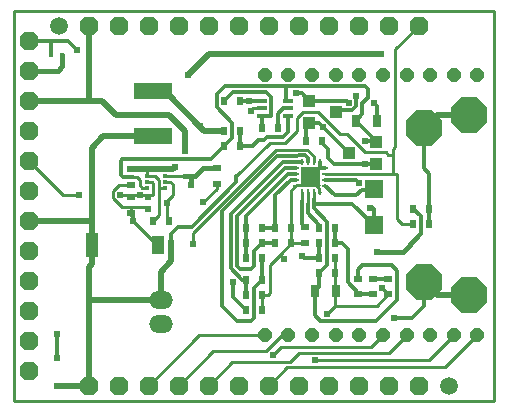
<source format=gbr>
%FSLAX23Y23*%
%MOIN*%
G70*
G01*
G75*
G04 Layer_Physical_Order=1*
G04 Layer_Color=255*
%ADD10R,0.024X0.024*%
%ADD11R,0.012X0.016*%
%ADD12R,0.126X0.055*%
%ADD13R,0.031X0.024*%
%ADD14R,0.018X0.012*%
%ADD15R,0.024X0.020*%
%ADD16R,0.024X0.031*%
%ADD17R,0.039X0.039*%
%ADD18R,0.033X0.014*%
%ADD19R,0.028X0.039*%
%ADD20R,0.039X0.079*%
%ADD21R,0.039X0.063*%
%ADD22R,0.059X0.059*%
%ADD23R,0.020X0.010*%
%ADD24R,0.010X0.020*%
G04:AMPARAMS|DCode=25|XSize=20mil|YSize=10mil|CornerRadius=0mil|HoleSize=0mil|Usage=FLASHONLY|Rotation=90.000|XOffset=0mil|YOffset=0mil|HoleType=Round|Shape=Octagon|*
%AMOCTAGOND25*
4,1,8,0.002,0.010,-0.002,0.010,-0.005,0.007,-0.005,-0.007,-0.002,-0.010,0.002,-0.010,0.005,-0.007,0.005,0.007,0.002,0.010,0.0*
%
%ADD25OCTAGOND25*%

%ADD26R,0.039X0.039*%
%ADD27C,0.010*%
%ADD28C,0.010*%
%ADD29C,0.012*%
%ADD30C,0.020*%
%ADD31C,0.016*%
%ADD32C,0.014*%
%ADD33P,0.068X8X292.5*%
%ADD34P,0.051X8X202.5*%
%ADD35P,0.068X8X202.5*%
%ADD36O,0.079X0.059*%
%ADD37P,0.128X8X22.5*%
%ADD38C,0.059*%
%ADD39C,0.024*%
%ADD40C,0.026*%
G36*
X-327Y673D02*
X-336Y663D01*
X-393D01*
Y730D01*
X-327D01*
Y673D01*
D02*
G37*
D10*
X-1205Y0D02*
D03*
Y92D02*
D03*
D11*
X-1188Y1102D02*
D03*
X-1224D02*
D03*
D12*
X-885Y831D02*
D03*
Y981D02*
D03*
D13*
X-958Y670D02*
D03*
Y723D02*
D03*
Y628D02*
D03*
Y575D02*
D03*
X-671Y673D02*
D03*
Y726D02*
D03*
X-378Y528D02*
D03*
Y475D02*
D03*
X-201Y304D02*
D03*
Y357D02*
D03*
X-151D02*
D03*
Y304D02*
D03*
X-101D02*
D03*
Y357D02*
D03*
D14*
X-844Y700D02*
D03*
Y680D02*
D03*
Y660D02*
D03*
X-906D02*
D03*
Y680D02*
D03*
Y700D02*
D03*
D15*
X-902Y630D02*
D03*
Y590D02*
D03*
X-840Y610D02*
D03*
D16*
X-885Y549D02*
D03*
X-832D02*
D03*
X-522Y858D02*
D03*
X-469D02*
D03*
X-647Y950D02*
D03*
X-594D02*
D03*
Y850D02*
D03*
X-647D02*
D03*
Y800D02*
D03*
X-594D02*
D03*
X-332Y524D02*
D03*
X-279D02*
D03*
X-332Y424D02*
D03*
X-279D02*
D03*
X-424Y474D02*
D03*
X-477D02*
D03*
X-424Y525D02*
D03*
X-477D02*
D03*
X-521D02*
D03*
X-574D02*
D03*
X-521Y475D02*
D03*
X-574D02*
D03*
X-521Y425D02*
D03*
X-574D02*
D03*
X-575Y352D02*
D03*
X-522D02*
D03*
Y302D02*
D03*
X-575D02*
D03*
X-575Y252D02*
D03*
X-522D02*
D03*
X-17Y540D02*
D03*
X36D02*
D03*
Y590D02*
D03*
X-17D02*
D03*
X-376Y817D02*
D03*
X-323D02*
D03*
X-279Y374D02*
D03*
X-332D02*
D03*
X-332Y474D02*
D03*
X-279D02*
D03*
D17*
X-274Y912D02*
D03*
X-364Y875D02*
D03*
Y949D02*
D03*
X-233Y776D02*
D03*
X-143Y813D02*
D03*
Y739D02*
D03*
D18*
X-521Y950D02*
D03*
Y924D02*
D03*
Y898D02*
D03*
X-435D02*
D03*
Y924D02*
D03*
Y950D02*
D03*
D19*
X-276Y316D02*
D03*
X-346D02*
D03*
X-210Y881D02*
D03*
X-140D02*
D03*
D20*
X-1090Y470D02*
D03*
D21*
X-870D02*
D03*
D22*
X-150Y534D02*
D03*
Y655D02*
D03*
D23*
X-311Y667D02*
D03*
Y686D02*
D03*
Y706D02*
D03*
Y726D02*
D03*
X-409D02*
D03*
Y706D02*
D03*
Y686D02*
D03*
Y667D02*
D03*
D24*
X-330Y745D02*
D03*
X-350D02*
D03*
X-390D02*
D03*
Y647D02*
D03*
X-370D02*
D03*
X-350D02*
D03*
X-370Y745D02*
D03*
D25*
X-330Y647D02*
D03*
D26*
X-360Y696D02*
D03*
D27*
X-1350Y1250D02*
X250D01*
Y-50D02*
Y1250D01*
X-1350Y-50D02*
X250D01*
X-1350D02*
Y1250D01*
D28*
X-560Y915D02*
X-551Y924D01*
X-521D01*
X-496Y402D02*
X-459Y439D01*
Y435D02*
X-447Y423D01*
X-459Y439D02*
X-424Y474D01*
X-459Y435D02*
Y439D01*
X-122Y327D02*
X-122Y327D01*
X-122Y325D02*
Y327D01*
Y325D02*
X-101Y304D01*
X-140Y265D02*
X-101Y304D01*
X-279Y265D02*
X-140D01*
X-429Y79D02*
X-400Y109D01*
X-621Y79D02*
X-574D01*
Y79D02*
X-496D01*
X-496Y79D01*
X-429D01*
X-700Y0D02*
X-621Y79D01*
X-953Y696D02*
X-938D01*
X-929Y687D01*
Y668D02*
Y687D01*
Y668D02*
X-921Y660D01*
X-906D01*
X-844Y700D02*
X-782D01*
X-906Y680D02*
X-888D01*
X-884Y676D01*
Y634D02*
Y676D01*
X-957Y634D02*
X-884D01*
X-820Y634D02*
Y672D01*
X-828Y680D02*
X-820Y672D01*
X-866Y660D02*
Y686D01*
X-880Y700D02*
X-866Y686D01*
X-906Y700D02*
X-880D01*
X-607Y699D02*
X-496Y810D01*
X-444D01*
X-405Y849D01*
X-370Y607D02*
X-370Y607D01*
X-370Y607D02*
Y647D01*
X-350Y621D02*
X-350Y621D01*
X-350Y621D02*
Y647D01*
X-239Y840D02*
X-178Y779D01*
X-110D01*
X-341Y670D02*
X-331Y660D01*
Y648D02*
Y660D01*
X-389Y668D02*
X-360Y696D01*
X-408Y668D02*
X-389D01*
X-409Y667D02*
X-408Y668D01*
X-262Y840D02*
X-239D01*
X-335Y913D02*
X-262Y840D01*
X-311Y706D02*
X-85D01*
X-844Y680D02*
X-828D01*
X-405Y849D02*
Y893D01*
X-385Y913D01*
X-335D01*
X-85Y706D02*
X-73D01*
X-85D02*
Y770D01*
X-73Y706D02*
X-73Y706D01*
X-311Y706D02*
X-311Y706D01*
X-279Y265D02*
Y374D01*
X-304Y240D02*
X-279Y265D01*
X-400Y109D02*
X-100D01*
X-40Y169D01*
X-458Y128D02*
X-160D01*
X-484Y102D02*
X-458Y128D01*
X35Y86D02*
X117Y169D01*
X-346Y86D02*
X35D01*
X-160Y128D02*
X-119Y169D01*
X-438Y62D02*
X89D01*
X-454Y169D02*
X-434D01*
X-684Y116D02*
X-507D01*
X-454Y169D01*
X-424Y474D02*
X-424Y474D01*
X-522Y252D02*
Y302D01*
X-522Y302D02*
X-522Y302D01*
X-503Y302D02*
X-496Y309D01*
X-522Y302D02*
X-503D01*
X-279Y374D02*
Y424D01*
X-424Y474D02*
X-379D01*
X-378Y475D01*
X-496Y309D02*
Y402D01*
X-73Y557D02*
X-56Y540D01*
X-17D01*
X-424Y474D02*
Y525D01*
X-866Y660D02*
X-866Y660D01*
X-844D01*
X-913Y723D02*
X-906Y716D01*
Y700D02*
Y716D01*
X-839Y549D02*
X-839Y549D01*
Y615D01*
X-820Y634D01*
X-1300Y750D02*
X-1184Y634D01*
X-1133D01*
X-994D02*
X-957D01*
X-957Y634D01*
X-500Y0D02*
X-438Y62D01*
X89D02*
X196Y169D01*
X-73Y557D02*
Y706D01*
X-79Y794D02*
Y1121D01*
X-85Y788D02*
X-79Y794D01*
Y1121D02*
X0Y1200D01*
X-997Y670D02*
X-958D01*
X-1019Y624D02*
X-990Y595D01*
X-1019Y624D02*
Y649D01*
X-997Y670D01*
X-110Y779D02*
X-101Y770D01*
X-85D01*
Y788D01*
X-800Y0D02*
X-684Y116D01*
X-900Y0D02*
X-731Y169D01*
X-512D01*
X-331Y648D02*
X-330Y647D01*
X-344Y679D02*
X-333Y668D01*
X-409Y667D02*
X-409D01*
X-390Y614D02*
Y647D01*
Y614D02*
X-390Y614D01*
X-409Y667D02*
X-409Y667D01*
X-424Y525D02*
Y652D01*
X-409Y667D01*
X-372Y786D02*
X-350Y764D01*
Y745D02*
Y764D01*
X-751Y471D02*
Y509D01*
X-474Y786D01*
X-372D01*
X-671Y657D02*
Y673D01*
X-717Y611D02*
X-671Y657D01*
X-957Y567D02*
Y595D01*
X-990D02*
X-957D01*
X-904D01*
X-866Y568D02*
Y660D01*
X-885Y549D02*
X-866Y568D01*
D29*
X-142Y216D02*
X-71Y286D01*
X-327Y216D02*
X-142D01*
X-71Y286D02*
Y382D01*
X-90Y401D02*
X-71Y382D01*
X-207Y686D02*
X-197Y677D01*
X-311Y686D02*
X-207D01*
X-161Y591D02*
X-153D01*
X-985Y696D02*
X-953D01*
X-594Y800D02*
X-553D01*
X-514Y819D02*
X-504Y828D01*
X-553Y800D02*
X-534Y819D01*
X-514D01*
X-621Y826D02*
Y877D01*
X-647Y800D02*
X-621Y826D01*
X-692Y755D02*
X-647Y800D01*
X-987Y755D02*
X-692D01*
X-992Y750D02*
X-987Y755D01*
X-992Y703D02*
Y750D01*
Y703D02*
X-985Y696D01*
X-504Y828D02*
X-451D01*
X-435Y845D01*
Y898D01*
X-370Y575D02*
Y607D01*
X-350Y612D02*
Y621D01*
X-187Y905D02*
Y941D01*
X-210Y881D02*
X-187Y905D01*
X-208Y933D02*
Y964D01*
X-222Y918D02*
X-208Y933D01*
X-239Y949D02*
X-232Y942D01*
X-150Y943D02*
X-140Y933D01*
Y881D02*
Y933D01*
X-187Y941D02*
X-170Y958D01*
X-318Y861D02*
X-233Y776D01*
X-210Y881D02*
X-143Y814D01*
X-281Y738D02*
X-179D01*
X-303Y760D02*
X-281Y738D01*
X-303Y760D02*
Y790D01*
X-323Y810D02*
X-303Y790D01*
X-210Y881D02*
Y881D01*
X-344Y606D02*
X-222D01*
X-170Y958D02*
Y990D01*
X-548Y326D02*
X-522Y352D01*
X-673Y929D02*
X-621Y877D01*
X-521Y898D02*
X-491D01*
X-507Y978D02*
X-491Y962D01*
Y898D02*
Y962D01*
X-469Y858D02*
Y907D01*
X-452Y924D02*
X-435D01*
X-469Y907D02*
X-452Y924D01*
X-647Y950D02*
X-617Y980D01*
X-178Y998D02*
X-170Y990D01*
X-530Y998D02*
X-178D01*
X-617Y980D02*
X-540D01*
X-645Y999D02*
X-532D01*
X-538Y978D02*
X-507D01*
X-540Y980D02*
X-538Y978D01*
X-532Y999D02*
X-530Y998D01*
X-673Y929D02*
Y971D01*
X-645Y999D01*
X-364Y949D02*
X-239D01*
X-267Y918D02*
X-222D01*
X-274Y912D02*
X-267Y918D01*
X-441Y956D02*
Y997D01*
X-389Y974D02*
X-364Y949D01*
X-410Y974D02*
X-389D01*
X-179Y814D02*
X-143D01*
X9Y506D02*
Y564D01*
X-4Y494D02*
X9Y506D01*
X-17Y590D02*
X9Y564D01*
X-346Y235D02*
X-327Y216D01*
X-346Y235D02*
Y316D01*
X-332Y330D02*
Y374D01*
X-346Y316D02*
X-332Y330D01*
X-236Y345D02*
X-201Y310D01*
X-236Y345D02*
Y456D01*
X-305Y401D02*
Y547D01*
X-332Y374D02*
X-305Y401D01*
X-201Y304D02*
Y310D01*
X-187Y401D02*
X-90D01*
X18Y266D02*
Y347D01*
X-22Y226D02*
X18Y266D01*
X-81Y226D02*
X-22D01*
X-189Y653D02*
X-151D01*
X-207Y635D02*
X-189Y653D01*
X-201Y387D02*
X-187Y401D01*
X-201Y357D02*
Y387D01*
X-330Y726D02*
X-311D01*
X-330Y727D02*
X-330Y726D01*
X-330Y727D02*
Y745D01*
X-575Y302D02*
Y352D01*
X-521Y475D02*
X-478D01*
X-477Y474D01*
X-521Y525D02*
X-477D01*
X-574Y425D02*
Y475D01*
Y525D01*
X-279Y474D02*
Y524D01*
Y474D02*
X-279Y474D01*
X-390Y540D02*
X-378Y528D01*
X-332Y424D02*
Y474D01*
X-332Y424D02*
X-332Y424D01*
X-350Y592D02*
X-305Y547D01*
X-594Y800D02*
Y850D01*
X-522Y858D02*
Y898D01*
X-521Y898D01*
X-201Y304D02*
X-151D01*
Y357D02*
X-101D01*
X-279Y474D02*
X-254D01*
X-222Y606D02*
X-150Y534D01*
X-350Y612D02*
X-344Y606D01*
X-350Y592D02*
Y612D01*
X36Y540D02*
Y590D01*
X-619Y296D02*
Y346D01*
Y296D02*
X-575Y252D01*
X-547Y449D02*
X-521Y475D01*
X-522Y352D02*
X-521Y353D01*
Y425D01*
X-1168Y1150D02*
X-1137Y1119D01*
X-364Y875D02*
X-332D01*
X-319Y860D02*
X-318Y861D01*
X-317Y862D01*
X-332Y875D02*
X-318Y861D01*
X36Y590D02*
Y707D01*
X18Y725D02*
X36Y707D01*
X18Y725D02*
Y858D01*
X-153Y591D02*
X-150Y588D01*
Y534D02*
Y588D01*
X-143Y814D02*
X-143Y813D01*
X-383Y424D02*
X-332D01*
X-390Y431D02*
X-383Y424D01*
X-1205Y92D02*
Y172D01*
X-1204Y173D01*
X-1224Y1102D02*
Y1150D01*
X-1224Y1150D02*
X-1224Y1150D01*
X-1300Y1150D02*
X-1224D01*
X-1168D01*
X-376Y863D02*
X-364Y875D01*
X-873Y470D02*
X-870D01*
X-951Y548D02*
X-873Y470D01*
X-409Y686D02*
X-409Y686D01*
X-311Y667D02*
X-279Y635D01*
X-207D01*
X-151Y653D02*
X-150Y655D01*
X-323Y810D02*
Y817D01*
X-376D02*
Y863D01*
X-332Y524D02*
Y537D01*
X-254Y474D02*
X-236Y456D01*
X-594Y950D02*
X-566D01*
Y950D02*
X-521D01*
X-179Y739D02*
X-143D01*
X-390Y540D02*
Y614D01*
X-370Y575D02*
X-332Y537D01*
X-426Y686D02*
X-409D01*
X-477Y525D02*
Y635D01*
X-426Y686D01*
X-434Y706D02*
X-409D01*
X-574Y525D02*
Y566D01*
X-434Y706D01*
X-547Y399D02*
Y449D01*
X-558Y388D02*
X-547Y399D01*
X-595Y388D02*
X-558D01*
X-606Y399D02*
X-595Y388D01*
X-444Y726D02*
X-409D01*
X-606Y399D02*
Y564D01*
X-444Y726D01*
X-587Y352D02*
X-575D01*
X-626Y391D02*
X-587Y352D01*
X-390Y745D02*
X-390Y745D01*
X-452Y745D02*
X-390D01*
X-626Y391D02*
Y572D01*
X-452Y745D01*
X-548Y224D02*
Y326D01*
X-557Y215D02*
X-548Y224D01*
X-604Y215D02*
X-557D01*
X-370Y745D02*
Y760D01*
X-379Y769D02*
X-370Y760D01*
X-655Y266D02*
X-604Y215D01*
X-400Y769D02*
X-379D01*
X-404Y765D02*
X-400Y769D01*
X-471Y765D02*
X-404D01*
X-655Y266D02*
Y581D01*
X-471Y765D01*
X-607Y678D02*
Y699D01*
X-755Y530D02*
X-607Y678D01*
X-812Y519D02*
X-801Y530D01*
X-755D01*
X-951Y548D02*
Y567D01*
D30*
X-831Y902D02*
X-778Y849D01*
Y784D02*
Y849D01*
Y784D02*
X-777Y783D01*
X-817Y723D02*
X-817Y723D01*
X-958Y723D02*
X-817D01*
X-958Y723D02*
X-958Y723D01*
X18Y858D02*
X62Y902D01*
X168D01*
X18Y347D02*
X62Y302D01*
X168D01*
X-715Y850D02*
X-647D01*
X-846Y981D02*
X-715Y850D01*
X-885Y981D02*
X-846D01*
X-1300Y550D02*
X-1091D01*
X-1090Y549D01*
Y470D02*
Y549D01*
X-1100Y284D02*
X-860D01*
X-1100Y397D02*
X-1090Y407D01*
Y470D01*
X-1205Y0D02*
X-1100D01*
Y284D02*
Y397D01*
Y950D02*
Y1200D01*
X-1300Y950D02*
X-1055D01*
X-1007Y902D01*
X-831D01*
X-817Y723D02*
X-812Y728D01*
X-958Y723D02*
X-913D01*
X-1052Y831D02*
X-885D01*
X-1090Y793D02*
X-1052Y831D01*
X-1090Y549D02*
Y793D01*
X-1100Y0D02*
Y284D01*
X-767Y1036D02*
X-698Y1105D01*
X-125D01*
X-860Y284D02*
Y378D01*
X-824Y414D01*
X-824Y414D02*
X-824Y414D01*
X-824Y414D02*
Y481D01*
D31*
X-138Y446D02*
X-52D01*
X-4Y494D01*
X-1300Y1050D02*
X-1203D01*
X-1188Y1065D01*
Y1102D01*
X-719Y726D02*
X-671D01*
X-745Y700D02*
X-719Y726D01*
X-758Y670D02*
Y700D01*
X-782D02*
X-758D01*
X-745D01*
D32*
X-824Y481D02*
Y507D01*
X-812Y519D01*
D33*
X-1300Y1150D02*
D03*
Y1050D02*
D03*
Y950D02*
D03*
Y850D02*
D03*
Y750D02*
D03*
Y650D02*
D03*
Y550D02*
D03*
Y450D02*
D03*
Y350D02*
D03*
Y250D02*
D03*
Y150D02*
D03*
Y50D02*
D03*
D34*
X-512Y169D02*
D03*
X-434D02*
D03*
X-355D02*
D03*
X-276D02*
D03*
X-197D02*
D03*
X-119D02*
D03*
X-40D02*
D03*
X39D02*
D03*
X117D02*
D03*
X196D02*
D03*
X-512Y1035D02*
D03*
X-434D02*
D03*
X-355D02*
D03*
X-276D02*
D03*
X-197D02*
D03*
X-119D02*
D03*
X-40D02*
D03*
X39D02*
D03*
X117D02*
D03*
X196D02*
D03*
D35*
X-1100Y1200D02*
D03*
X-1000D02*
D03*
X-900D02*
D03*
X-800D02*
D03*
X-700D02*
D03*
X-600D02*
D03*
X-500D02*
D03*
X-400D02*
D03*
X-300D02*
D03*
X-200D02*
D03*
X-100D02*
D03*
X0D02*
D03*
Y0D02*
D03*
X-100D02*
D03*
X-200D02*
D03*
X-300D02*
D03*
X-400D02*
D03*
X-500D02*
D03*
X-600D02*
D03*
X-700D02*
D03*
X-800D02*
D03*
X-900D02*
D03*
X-1000D02*
D03*
X-1100D02*
D03*
D36*
X-860Y284D02*
D03*
Y206D02*
D03*
D37*
X18Y347D02*
D03*
Y858D02*
D03*
X168Y302D02*
D03*
Y902D02*
D03*
D38*
X-1200Y1200D02*
D03*
X100Y0D02*
D03*
D39*
X-560Y915D02*
D03*
X-447Y423D02*
D03*
X-122Y327D02*
D03*
X-161Y591D02*
D03*
X-197Y677D02*
D03*
X-179Y738D02*
D03*
X-812Y728D02*
D03*
X-777Y783D02*
D03*
X-150Y943D02*
D03*
X-232Y942D02*
D03*
X-179Y814D02*
D03*
X-138Y446D02*
D03*
X-410Y974D02*
D03*
X-346Y86D02*
D03*
X-619Y346D02*
D03*
X-928Y634D02*
D03*
X-1133Y634D02*
D03*
X-994D02*
D03*
X-1137Y1119D02*
D03*
X-566Y950D02*
D03*
X-390Y431D02*
D03*
X-758Y670D02*
D03*
X-767Y1036D02*
D03*
X-125Y1105D02*
D03*
X-1204Y173D02*
D03*
X-304Y240D02*
D03*
X-730Y865D02*
D03*
X-717Y611D02*
D03*
X-951Y548D02*
D03*
X-751Y471D02*
D03*
X-208Y964D02*
D03*
X-317Y862D02*
D03*
X-484Y102D02*
D03*
X-81Y226D02*
D03*
D40*
X-377Y679D02*
D03*
X-344Y679D02*
D03*
X-377Y715D02*
D03*
X-344D02*
D03*
M02*

</source>
